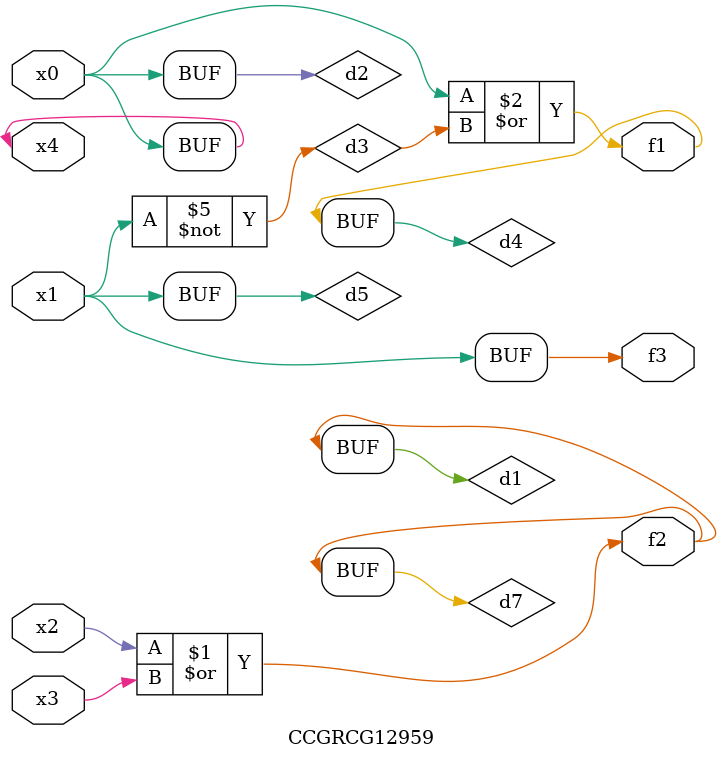
<source format=v>
module CCGRCG12959(
	input x0, x1, x2, x3, x4,
	output f1, f2, f3
);

	wire d1, d2, d3, d4, d5, d6, d7;

	or (d1, x2, x3);
	buf (d2, x0, x4);
	not (d3, x1);
	or (d4, d2, d3);
	not (d5, d3);
	nand (d6, d1, d3);
	or (d7, d1);
	assign f1 = d4;
	assign f2 = d7;
	assign f3 = d5;
endmodule

</source>
